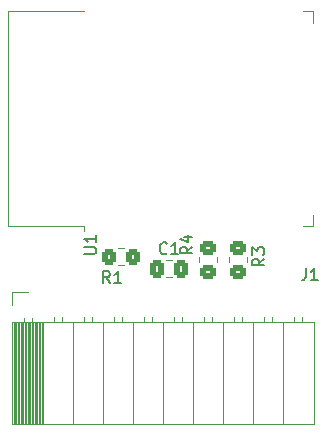
<source format=gto>
G04 #@! TF.GenerationSoftware,KiCad,Pcbnew,6.0.2+dfsg-1*
G04 #@! TF.CreationDate,2023-09-07T15:13:02+02:00*
G04 #@! TF.ProjectId,flipper_esp32,666c6970-7065-4725-9f65-737033322e6b,rev?*
G04 #@! TF.SameCoordinates,Original*
G04 #@! TF.FileFunction,Legend,Top*
G04 #@! TF.FilePolarity,Positive*
%FSLAX46Y46*%
G04 Gerber Fmt 4.6, Leading zero omitted, Abs format (unit mm)*
G04 Created by KiCad (PCBNEW 6.0.2+dfsg-1) date 2023-09-07 15:13:02*
%MOMM*%
%LPD*%
G01*
G04 APERTURE LIST*
G04 Aperture macros list*
%AMRoundRect*
0 Rectangle with rounded corners*
0 $1 Rounding radius*
0 $2 $3 $4 $5 $6 $7 $8 $9 X,Y pos of 4 corners*
0 Add a 4 corners polygon primitive as box body*
4,1,4,$2,$3,$4,$5,$6,$7,$8,$9,$2,$3,0*
0 Add four circle primitives for the rounded corners*
1,1,$1+$1,$2,$3*
1,1,$1+$1,$4,$5*
1,1,$1+$1,$6,$7*
1,1,$1+$1,$8,$9*
0 Add four rect primitives between the rounded corners*
20,1,$1+$1,$2,$3,$4,$5,0*
20,1,$1+$1,$4,$5,$6,$7,0*
20,1,$1+$1,$6,$7,$8,$9,0*
20,1,$1+$1,$8,$9,$2,$3,0*%
G04 Aperture macros list end*
%ADD10C,0.150000*%
%ADD11C,0.120000*%
%ADD12RoundRect,0.250000X-0.337500X-0.475000X0.337500X-0.475000X0.337500X0.475000X-0.337500X0.475000X0*%
%ADD13RoundRect,0.250000X-0.450000X0.350000X-0.450000X-0.350000X0.450000X-0.350000X0.450000X0.350000X0*%
%ADD14RoundRect,0.250000X0.450000X-0.350000X0.450000X0.350000X-0.450000X0.350000X-0.450000X-0.350000X0*%
%ADD15RoundRect,0.250000X0.350000X0.450000X-0.350000X0.450000X-0.350000X-0.450000X0.350000X-0.450000X0*%
%ADD16R,1.700000X1.700000*%
%ADD17O,1.700000X1.700000*%
%ADD18R,0.900000X2.000000*%
%ADD19R,2.000000X0.900000*%
%ADD20R,5.000000X5.000000*%
G04 APERTURE END LIST*
D10*
X138009333Y-123899142D02*
X137961714Y-123946761D01*
X137818857Y-123994380D01*
X137723619Y-123994380D01*
X137580761Y-123946761D01*
X137485523Y-123851523D01*
X137437904Y-123756285D01*
X137390285Y-123565809D01*
X137390285Y-123422952D01*
X137437904Y-123232476D01*
X137485523Y-123137238D01*
X137580761Y-123042000D01*
X137723619Y-122994380D01*
X137818857Y-122994380D01*
X137961714Y-123042000D01*
X138009333Y-123089619D01*
X138961714Y-123994380D02*
X138390285Y-123994380D01*
X138676000Y-123994380D02*
X138676000Y-122994380D01*
X138580761Y-123137238D01*
X138485523Y-123232476D01*
X138390285Y-123280095D01*
X140152380Y-123356666D02*
X139676190Y-123690000D01*
X140152380Y-123928095D02*
X139152380Y-123928095D01*
X139152380Y-123547142D01*
X139200000Y-123451904D01*
X139247619Y-123404285D01*
X139342857Y-123356666D01*
X139485714Y-123356666D01*
X139580952Y-123404285D01*
X139628571Y-123451904D01*
X139676190Y-123547142D01*
X139676190Y-123928095D01*
X139485714Y-122499523D02*
X140152380Y-122499523D01*
X139104761Y-122737619D02*
X139819047Y-122975714D01*
X139819047Y-122356666D01*
X146248380Y-124372666D02*
X145772190Y-124706000D01*
X146248380Y-124944095D02*
X145248380Y-124944095D01*
X145248380Y-124563142D01*
X145296000Y-124467904D01*
X145343619Y-124420285D01*
X145438857Y-124372666D01*
X145581714Y-124372666D01*
X145676952Y-124420285D01*
X145724571Y-124467904D01*
X145772190Y-124563142D01*
X145772190Y-124944095D01*
X145248380Y-124039333D02*
X145248380Y-123420285D01*
X145629333Y-123753619D01*
X145629333Y-123610761D01*
X145676952Y-123515523D01*
X145724571Y-123467904D01*
X145819809Y-123420285D01*
X146057904Y-123420285D01*
X146153142Y-123467904D01*
X146200761Y-123515523D01*
X146248380Y-123610761D01*
X146248380Y-123896476D01*
X146200761Y-123991714D01*
X146153142Y-124039333D01*
X133183333Y-126436380D02*
X132850000Y-125960190D01*
X132611904Y-126436380D02*
X132611904Y-125436380D01*
X132992857Y-125436380D01*
X133088095Y-125484000D01*
X133135714Y-125531619D01*
X133183333Y-125626857D01*
X133183333Y-125769714D01*
X133135714Y-125864952D01*
X133088095Y-125912571D01*
X132992857Y-125960190D01*
X132611904Y-125960190D01*
X134135714Y-126436380D02*
X133564285Y-126436380D01*
X133850000Y-126436380D02*
X133850000Y-125436380D01*
X133754761Y-125579238D01*
X133659523Y-125674476D01*
X133564285Y-125722095D01*
X149780666Y-125182380D02*
X149780666Y-125896666D01*
X149733047Y-126039523D01*
X149637809Y-126134761D01*
X149494952Y-126182380D01*
X149399714Y-126182380D01*
X150780666Y-126182380D02*
X150209238Y-126182380D01*
X150494952Y-126182380D02*
X150494952Y-125182380D01*
X150399714Y-125325238D01*
X150304476Y-125420476D01*
X150209238Y-125468095D01*
X131024380Y-123951904D02*
X131833904Y-123951904D01*
X131929142Y-123904285D01*
X131976761Y-123856666D01*
X132024380Y-123761428D01*
X132024380Y-123570952D01*
X131976761Y-123475714D01*
X131929142Y-123428095D01*
X131833904Y-123380476D01*
X131024380Y-123380476D01*
X132024380Y-122380476D02*
X132024380Y-122951904D01*
X132024380Y-122666190D02*
X131024380Y-122666190D01*
X131167238Y-122761428D01*
X131262476Y-122856666D01*
X131310095Y-122951904D01*
D11*
X137914748Y-124487000D02*
X138437252Y-124487000D01*
X137914748Y-125957000D02*
X138437252Y-125957000D01*
X142213000Y-124232936D02*
X142213000Y-124687064D01*
X140743000Y-124232936D02*
X140743000Y-124687064D01*
X143283000Y-124687064D02*
X143283000Y-124232936D01*
X144753000Y-124687064D02*
X144753000Y-124232936D01*
X134339064Y-123471000D02*
X133884936Y-123471000D01*
X134339064Y-124941000D02*
X133884936Y-124941000D01*
X125618475Y-138360000D02*
X125618475Y-129730000D01*
X125500380Y-138360000D02*
X125500380Y-129730000D01*
X130958000Y-129730000D02*
X130958000Y-129320000D01*
X141118000Y-129730000D02*
X141118000Y-129320000D01*
X124908000Y-128270000D02*
X124908000Y-127160000D01*
X137668000Y-138360000D02*
X137668000Y-129730000D01*
X127508000Y-138360000D02*
X127508000Y-129730000D01*
X140208000Y-138360000D02*
X140208000Y-129730000D01*
X126327045Y-138360000D02*
X126327045Y-129730000D01*
X150428000Y-138360000D02*
X150428000Y-129730000D01*
X126681330Y-138360000D02*
X126681330Y-129730000D01*
X131678000Y-129730000D02*
X131678000Y-129320000D01*
X130048000Y-138360000D02*
X130048000Y-129730000D01*
X132588000Y-138360000D02*
X132588000Y-129730000D01*
X127153710Y-138360000D02*
X127153710Y-129730000D01*
X145288000Y-138360000D02*
X145288000Y-129730000D01*
X138578000Y-129730000D02*
X138578000Y-129320000D01*
X128418000Y-129730000D02*
X128418000Y-129320000D01*
X147828000Y-138360000D02*
X147828000Y-129730000D01*
X124908000Y-127160000D02*
X126238000Y-127160000D01*
X124908000Y-129730000D02*
X150428000Y-129730000D01*
X126917520Y-138360000D02*
X126917520Y-129730000D01*
X125028000Y-138360000D02*
X125028000Y-129730000D01*
X139298000Y-129730000D02*
X139298000Y-129320000D01*
X125854665Y-138360000D02*
X125854665Y-129730000D01*
X149458000Y-129730000D02*
X149458000Y-129320000D01*
X146918000Y-129730000D02*
X146918000Y-129320000D01*
X144378000Y-129730000D02*
X144378000Y-129320000D01*
X127389900Y-138360000D02*
X127389900Y-129730000D01*
X125736570Y-138360000D02*
X125736570Y-129730000D01*
X129138000Y-129730000D02*
X129138000Y-129320000D01*
X143658000Y-129730000D02*
X143658000Y-129320000D01*
X126445140Y-138360000D02*
X126445140Y-129730000D01*
X125382285Y-138360000D02*
X125382285Y-129730000D01*
X126090855Y-138360000D02*
X126090855Y-129730000D01*
X134218000Y-129730000D02*
X134218000Y-129320000D01*
X126799425Y-138360000D02*
X126799425Y-129730000D01*
X126208950Y-138360000D02*
X126208950Y-129730000D01*
X142748000Y-138360000D02*
X142748000Y-129730000D01*
X127035615Y-138360000D02*
X127035615Y-129730000D01*
X126563235Y-138360000D02*
X126563235Y-129730000D01*
X146198000Y-129730000D02*
X146198000Y-129320000D01*
X141838000Y-129730000D02*
X141838000Y-129320000D01*
X125146095Y-138360000D02*
X125146095Y-129730000D01*
X148738000Y-129730000D02*
X148738000Y-129320000D01*
X124908000Y-138360000D02*
X150428000Y-138360000D01*
X133498000Y-129730000D02*
X133498000Y-129320000D01*
X125972760Y-138360000D02*
X125972760Y-129730000D01*
X127271805Y-138360000D02*
X127271805Y-129730000D01*
X135128000Y-138360000D02*
X135128000Y-129730000D01*
X136038000Y-129730000D02*
X136038000Y-129320000D01*
X125878000Y-129730000D02*
X125878000Y-129380000D01*
X126598000Y-129730000D02*
X126598000Y-129380000D01*
X136758000Y-129730000D02*
X136758000Y-129320000D01*
X125264190Y-138360000D02*
X125264190Y-129730000D01*
X124908000Y-138360000D02*
X124908000Y-129730000D01*
X124590000Y-103402000D02*
X131010000Y-103402000D01*
X124590000Y-121642000D02*
X124590000Y-103402000D01*
X124590000Y-121642000D02*
X131010000Y-121642000D01*
X149555000Y-103402000D02*
X150335000Y-103402000D01*
X150335000Y-103402000D02*
X150335000Y-104402000D01*
X131010000Y-121642000D02*
X131010000Y-122022000D01*
X149555000Y-121642000D02*
X150335000Y-121642000D01*
X150335000Y-121642000D02*
X150335000Y-120642000D01*
%LPC*%
D12*
X137138500Y-125222000D03*
X139213500Y-125222000D03*
D13*
X141478000Y-123460000D03*
X141478000Y-125460000D03*
D14*
X144018000Y-125460000D03*
X144018000Y-123460000D03*
D15*
X133112000Y-124206000D03*
X135112000Y-124206000D03*
D16*
X126238000Y-128270000D03*
D17*
X128778000Y-128270000D03*
X131318000Y-128270000D03*
X133858000Y-128270000D03*
X136398000Y-128270000D03*
X138938000Y-128270000D03*
X141478000Y-128270000D03*
X144018000Y-128270000D03*
X146558000Y-128270000D03*
X149098000Y-128270000D03*
D18*
X132200000Y-121022000D03*
X133470000Y-121022000D03*
X134740000Y-121022000D03*
X136010000Y-121022000D03*
X137280000Y-121022000D03*
X138550000Y-121022000D03*
X139820000Y-121022000D03*
X141090000Y-121022000D03*
X142360000Y-121022000D03*
X143630000Y-121022000D03*
X144900000Y-121022000D03*
X146170000Y-121022000D03*
X147440000Y-121022000D03*
X148710000Y-121022000D03*
D19*
X149710000Y-118237000D03*
X149710000Y-116967000D03*
X149710000Y-115697000D03*
X149710000Y-114427000D03*
X149710000Y-113157000D03*
X149710000Y-111887000D03*
X149710000Y-110617000D03*
X149710000Y-109347000D03*
X149710000Y-108077000D03*
X149710000Y-106807000D03*
D18*
X148710000Y-104022000D03*
X147440000Y-104022000D03*
X146170000Y-104022000D03*
X144900000Y-104022000D03*
X143630000Y-104022000D03*
X142360000Y-104022000D03*
X141090000Y-104022000D03*
X139820000Y-104022000D03*
X138550000Y-104022000D03*
X137280000Y-104022000D03*
X136010000Y-104022000D03*
X134740000Y-104022000D03*
X133470000Y-104022000D03*
X132200000Y-104022000D03*
D20*
X139700000Y-113522000D03*
M02*

</source>
